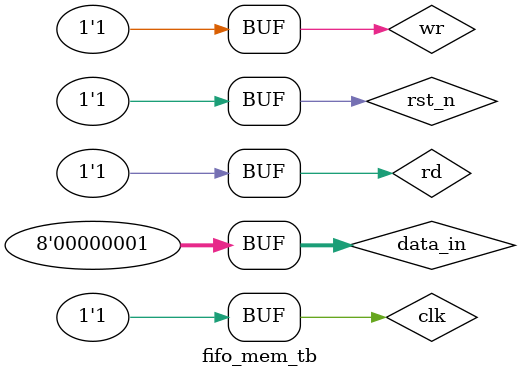
<source format=v>
module fifo_mem_tb;

	// Inputs
	reg clk;
	reg rst_n;
	reg wr;
	reg rd;
	reg [7:0] data_in;

	// Outputs
	wire [7:0] data_out;
	wire fifo_full;
	wire fifo_empty;
	wire fifo_threshold;
	wire fifo_overflow;
	wire fifo_underflow;

	// Instantiate the Unit Under Test (UUT)
	fifo_mem uut (
		.data_out(data_out), 
		.fifo_full(fifo_full), 
		.fifo_empty(fifo_empty), 
		.fifo_threshold(fifo_threshold), 
		.fifo_overflow(fifo_overflow), 
		.fifo_underflow(fifo_underflow), 
		.clk(clk), 
		.rst_n(rst_n), 
		.wr(wr), 
		.rd(rd), 
		.data_in(data_in)
	);

	initial begin
		// Initialize Inputs
		clk = 0;
		rst_n = 0;
		wr = 0;
		rd = 0;
		data_in = 0;

		// Wait 100 ns for global reset to finish
		#100 clk = 0;
		rst_n = 0;
		wr = 0;
		rd = 0;
		data_in = 0;
		
		#100 clk = 0;
		rst_n = 0;
		wr = 0;
		rd = 0;
		data_in = 1;
		
		#100 clk = 0;
		rst_n = 0;
		wr = 0;
		rd = 1;
		data_in = 0;
		
		#100 clk = 0;
		rst_n = 0;
		wr = 0;
		rd = 1;
		data_in =1;
		
		#100 clk = 0;
		rst_n = 0;
		wr = 1;
		rd = 0;
		data_in = 0;
		
		#100 clk = 0;
		rst_n = 0;
		wr = 1;
		rd = 0;
		data_in = 1;
		
		#100 clk = 0;
		rst_n = 0;
		wr = 1;
		rd = 1;
		data_in = 0;
		
		#100 clk = 0;
		rst_n = 0;
		wr = 1;
		rd = 1;
		data_in = 1;
		
		#100 clk = 0;
		rst_n = 1;
		wr = 0;
		rd = 0;
		data_in = 0;
		
		#100 clk = 0;
		rst_n = 1;
		wr = 0;
		rd = 0;
		data_in = 1;
		
		#100 clk = 0;
		rst_n = 1;
		wr = 0;
		rd = 1;
		data_in = 0;
		
		#100 clk = 0;
		rst_n = 1;
		wr = 0;
		rd = 1;
		data_in = 1;
		
		#100 clk = 0;
		rst_n = 1;
		wr = 1;
		rd = 0;
		data_in = 0;
		
		#100 clk = 0;
		rst_n = 1;
		wr = 1;
		rd = 0;
		data_in = 1;
		
		#100 clk = 0;
		rst_n = 1;
		wr = 1;
		rd = 1;
		data_in = 0;
		
		#100 clk = 0;
		rst_n = 1;
		wr = 1;
		rd = 1;
		data_in = 1;
		
		#100 clk = 1;
		rst_n = 0;
		wr = 0;
		rd = 0;
		data_in = 0;
		
		#100 clk = 1;
		rst_n = 0;
		wr = 0;
		rd = 0;
		data_in = 1;
		
		#100 clk = 1;
		rst_n = 0;
		wr = 0;
		rd = 1;
		data_in = 0;
		
		#100 clk = 1;
		rst_n = 0;
		wr = 0;
		rd = 1;
		data_in = 1;
		
		#100 clk = 1;
		rst_n = 0;
		wr = 1;
		rd = 0;
		data_in = 0;
		
		#100 clk = 1;
		rst_n = 0;
		wr = 1;
		rd = 0;
		data_in = 1;
		
		#100 clk = 1;
		rst_n = 0;
		wr = 1;
		rd = 1;
		data_in = 0;
		
		#100 clk = 1;
		rst_n = 0;
		wr = 1;
		rd = 1;
		data_in = 1;
		
		#100 clk = 1;
		rst_n = 1;
		wr = 0;
		rd = 0;
		data_in = 0;
		
		#100 clk = 1;
		rst_n = 1;
		wr = 0;
		rd = 0;
		data_in = 1;
		
		#100 clk = 1;
		rst_n = 1;
		wr = 0;
		rd = 1;
		data_in = 0;
		
		#100 clk = 1;
		rst_n = 1;
		wr = 0;
		rd = 1;
		data_in = 1;
		
		#100 clk = 1;
		rst_n = 1;
		wr = 1;
		rd = 0;
		data_in = 0;
		
		#100 clk = 1;
		rst_n = 1;
		wr = 1;
		rd = 0;
		data_in = 1;
		
		#100 clk = 1;
		rst_n = 1;
		wr = 1;
		rd = 1;
		data_in = 0;
		
		#100 clk = 1;
		rst_n = 1;
		wr = 1;
		rd = 1;
		data_in = 1;

	end
      
endmodule
</source>
